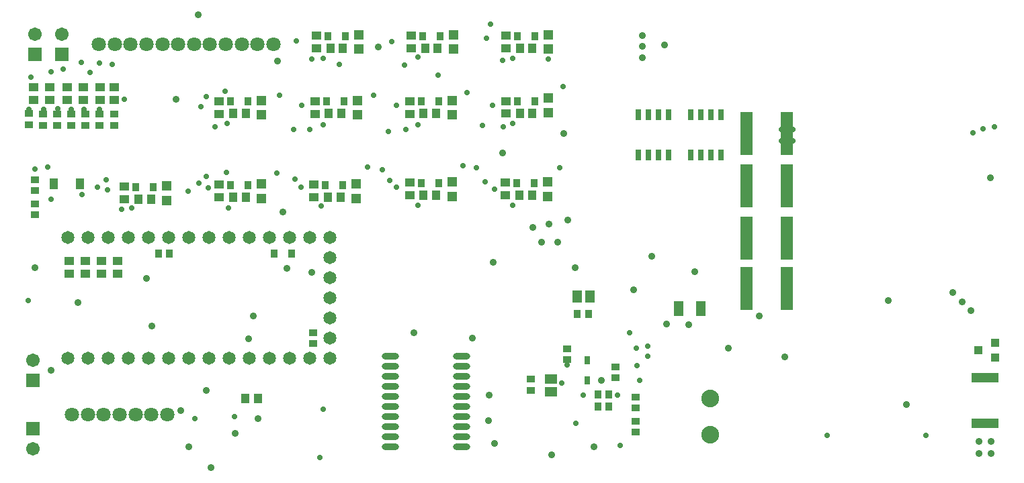
<source format=gbs>
G04 Layer_Color=16711935*
%FSAX24Y24*%
%MOIN*%
G70*
G01*
G75*
%ADD84R,0.0438X0.0560*%
%ADD90R,0.0434X0.0356*%
%ADD91R,0.0356X0.0434*%
%ADD97R,0.0434X0.0474*%
%ADD104R,0.0440X0.0400*%
%ADD118C,0.0710*%
%ADD119C,0.0671*%
%ADD120R,0.0671X0.0671*%
%ADD121C,0.0880*%
%ADD122C,0.0650*%
%ADD123C,0.0360*%
%ADD124C,0.0280*%
%ADD125O,0.0867X0.0316*%
%ADD126R,0.0328X0.0407*%
%ADD127R,0.0474X0.0434*%
%ADD128R,0.0513X0.0513*%
%ADD129R,0.0454X0.0612*%
%ADD130R,0.0612X0.0454*%
%ADD131R,0.0454X0.0749*%
%ADD132R,0.0612X0.2167*%
%ADD133R,0.1360X0.0493*%
%ADD134R,0.0316X0.0395*%
%ADD135R,0.0300X0.0550*%
D84*
X020256Y024350D02*
D03*
X021544D02*
D03*
D90*
X045700Y015624D02*
D03*
Y016176D02*
D03*
X048100Y014724D02*
D03*
Y015276D02*
D03*
X043900Y014112D02*
D03*
Y014663D02*
D03*
X049100Y012024D02*
D03*
Y012576D02*
D03*
Y013224D02*
D03*
Y013776D02*
D03*
X033100Y016424D02*
D03*
Y016976D02*
D03*
X019300Y023376D02*
D03*
Y022824D02*
D03*
Y024576D02*
D03*
Y024024D02*
D03*
X023250Y027274D02*
D03*
Y027826D02*
D03*
X022500Y027826D02*
D03*
Y027274D02*
D03*
X021800Y027826D02*
D03*
Y027274D02*
D03*
X021100Y027826D02*
D03*
Y027274D02*
D03*
X020400Y027826D02*
D03*
Y027274D02*
D03*
X019700Y027826D02*
D03*
Y027274D02*
D03*
X019000Y027850D02*
D03*
Y027299D02*
D03*
D91*
X047224Y013900D02*
D03*
X047776D02*
D03*
X046772Y017900D02*
D03*
X046221D02*
D03*
X047224Y013300D02*
D03*
X047776D02*
D03*
X025424Y020900D02*
D03*
X025976D02*
D03*
D97*
X029765Y027850D02*
D03*
X029135D02*
D03*
X039215D02*
D03*
X038585D02*
D03*
X043988Y027864D02*
D03*
X043358D02*
D03*
X029735Y013700D02*
D03*
X030365D02*
D03*
X043988Y031114D02*
D03*
X043358D02*
D03*
X039288D02*
D03*
X038658D02*
D03*
X034588D02*
D03*
X033958D02*
D03*
X025065Y023600D02*
D03*
X024435D02*
D03*
X029765Y023700D02*
D03*
X029135D02*
D03*
X043965Y023800D02*
D03*
X043335D02*
D03*
X034515Y027850D02*
D03*
X033885D02*
D03*
X034465Y023700D02*
D03*
X033835D02*
D03*
X039215Y023800D02*
D03*
X038585D02*
D03*
D104*
X066944Y016474D02*
D03*
Y015720D02*
D03*
X066110Y016100D02*
D03*
D118*
X031131Y031300D02*
D03*
X027194D02*
D03*
X027981D02*
D03*
X028768D02*
D03*
X029558D02*
D03*
X030348D02*
D03*
X025624D02*
D03*
X024834D02*
D03*
X024044D02*
D03*
X023257D02*
D03*
X022469D02*
D03*
X026406D02*
D03*
X021140Y012900D02*
D03*
X021928D02*
D03*
X025865D02*
D03*
X025077D02*
D03*
X024290D02*
D03*
X023500D02*
D03*
X022710D02*
D03*
D119*
X020650Y031800D02*
D03*
X019300D02*
D03*
X019200Y011200D02*
D03*
Y015600D02*
D03*
D120*
X020650Y030800D02*
D03*
X019300D02*
D03*
X019200Y012200D02*
D03*
Y014600D02*
D03*
D121*
X052800Y011900D02*
D03*
Y013700D02*
D03*
D122*
X020950Y015700D02*
D03*
X021950D02*
D03*
X022950D02*
D03*
X023950D02*
D03*
X024950D02*
D03*
X025950D02*
D03*
X026950D02*
D03*
X027950D02*
D03*
X028950D02*
D03*
X029950D02*
D03*
X030950D02*
D03*
X031950D02*
D03*
X032950D02*
D03*
X033950D02*
D03*
Y016700D02*
D03*
Y017700D02*
D03*
Y018700D02*
D03*
Y019700D02*
D03*
Y020700D02*
D03*
Y021700D02*
D03*
X032950D02*
D03*
X031950D02*
D03*
X030950D02*
D03*
X029950D02*
D03*
X028950D02*
D03*
X027950D02*
D03*
X026950D02*
D03*
X025950D02*
D03*
X024950D02*
D03*
X023950D02*
D03*
X022950D02*
D03*
X021950D02*
D03*
X020950D02*
D03*
D123*
X050550Y031250D02*
D03*
X027400Y032750D02*
D03*
X033050Y019950D02*
D03*
X019300Y020200D02*
D03*
X044450Y021450D02*
D03*
X042100Y011450D02*
D03*
X026541Y013100D02*
D03*
X030361Y012714D02*
D03*
X041800Y012600D02*
D03*
X055250Y017800D02*
D03*
X064850Y018950D02*
D03*
X065750Y018050D02*
D03*
X049436Y031736D02*
D03*
Y031200D02*
D03*
X049900Y020750D02*
D03*
X041850Y013850D02*
D03*
X038100Y016950D02*
D03*
X030150Y017800D02*
D03*
X049436Y030648D02*
D03*
X047050Y011300D02*
D03*
X053700Y016200D02*
D03*
X052050Y020000D02*
D03*
X049000Y019100D02*
D03*
X046100Y020200D02*
D03*
X044000Y022200D02*
D03*
X056500Y015750D02*
D03*
X051750Y017350D02*
D03*
X050650Y017400D02*
D03*
X065300Y018500D02*
D03*
X066750Y010950D02*
D03*
X066150D02*
D03*
X066750Y011550D02*
D03*
X066150D02*
D03*
X020100Y015100D02*
D03*
X024850Y019650D02*
D03*
X042500Y025900D02*
D03*
X042050Y020450D02*
D03*
X026300Y028550D02*
D03*
X047400Y014600D02*
D03*
X045550Y026850D02*
D03*
X031350Y030450D02*
D03*
X036350Y031150D02*
D03*
X062550Y013400D02*
D03*
X061650Y018550D02*
D03*
X026950Y011300D02*
D03*
X025100Y017300D02*
D03*
X021450Y018450D02*
D03*
X029250Y011950D02*
D03*
X027800Y014100D02*
D03*
X029900Y016650D02*
D03*
X045750Y022550D02*
D03*
X044800Y022350D02*
D03*
X045250Y021450D02*
D03*
X031600Y022950D02*
D03*
X031800Y020150D02*
D03*
X044950Y010900D02*
D03*
X066700Y024650D02*
D03*
X028050Y010250D02*
D03*
X041000Y016700D02*
D03*
D124*
X021638Y023845D02*
D03*
X033600Y013150D02*
D03*
X029200Y012800D02*
D03*
X027250Y012700D02*
D03*
X033450Y010750D02*
D03*
X037250Y028250D02*
D03*
Y024200D02*
D03*
X042023Y028264D02*
D03*
X043000Y023300D02*
D03*
X038300D02*
D03*
X043023Y027364D02*
D03*
X038323Y030664D02*
D03*
X033623Y030614D02*
D03*
X038300Y027300D02*
D03*
X024100Y023150D02*
D03*
X023600Y023100D02*
D03*
X028900Y023150D02*
D03*
X036550Y025050D02*
D03*
X036903Y024531D02*
D03*
X041200Y025150D02*
D03*
X028814Y024931D02*
D03*
X042100Y024100D02*
D03*
X041650Y024450D02*
D03*
X033600Y027300D02*
D03*
X042544Y027199D02*
D03*
X041500Y027250D02*
D03*
X037700Y027050D02*
D03*
X036850Y026950D02*
D03*
X032950Y027069D02*
D03*
X028850Y027350D02*
D03*
X027446Y024412D02*
D03*
X027900Y024150D02*
D03*
X027807Y024729D02*
D03*
X032150Y027050D02*
D03*
X028250Y027200D02*
D03*
X028750Y028950D02*
D03*
X045500Y029200D02*
D03*
X044773Y030556D02*
D03*
X042500Y030500D02*
D03*
X039300Y029750D02*
D03*
X037650Y030250D02*
D03*
X019950Y025200D02*
D03*
X020450Y028100D02*
D03*
X020700Y030050D02*
D03*
X019000Y028050D02*
D03*
X019750D02*
D03*
X021601Y030400D02*
D03*
X023750Y028550D02*
D03*
X022500Y028050D02*
D03*
X021100D02*
D03*
X021750D02*
D03*
X019100Y029650D02*
D03*
X020119Y029918D02*
D03*
X020100Y023600D02*
D03*
X023150Y030300D02*
D03*
X022049Y029899D02*
D03*
X022500Y030350D02*
D03*
X026900Y024000D02*
D03*
X033500Y023250D02*
D03*
X032500Y024200D02*
D03*
X032200Y024600D02*
D03*
X031300Y024900D02*
D03*
X035800Y025200D02*
D03*
X040550Y025250D02*
D03*
X027550Y028200D02*
D03*
X027821Y028700D02*
D03*
X032550Y028250D02*
D03*
X031450Y028750D02*
D03*
X036100D02*
D03*
X040750Y028900D02*
D03*
X033050Y030550D02*
D03*
X034400Y030300D02*
D03*
X032269Y031450D02*
D03*
X037000Y031419D02*
D03*
X043023Y030614D02*
D03*
X041900Y032300D02*
D03*
X041700Y031600D02*
D03*
X056350Y027050D02*
D03*
X056900D02*
D03*
Y026500D02*
D03*
X056350D02*
D03*
X045700Y015350D02*
D03*
X045450Y014450D02*
D03*
X048350Y011350D02*
D03*
X046150Y012450D02*
D03*
X066900Y027200D02*
D03*
X066350Y027100D02*
D03*
X065850Y026900D02*
D03*
X045350Y025150D02*
D03*
X022900Y024050D02*
D03*
X022850Y024550D02*
D03*
X022400Y024200D02*
D03*
X046500Y013850D02*
D03*
X049174Y015326D02*
D03*
X048800Y016950D02*
D03*
X063500Y011850D02*
D03*
X048200Y013850D02*
D03*
X049300Y014600D02*
D03*
X049700Y015800D02*
D03*
Y016300D02*
D03*
X049150Y016200D02*
D03*
X019300Y025100D02*
D03*
X018960Y018560D02*
D03*
X058600Y011850D02*
D03*
D125*
X040472Y015800D02*
D03*
Y015300D02*
D03*
Y014800D02*
D03*
Y014300D02*
D03*
Y013800D02*
D03*
Y013300D02*
D03*
Y012800D02*
D03*
Y012300D02*
D03*
Y011800D02*
D03*
Y011300D02*
D03*
X036928Y015800D02*
D03*
Y015300D02*
D03*
Y014800D02*
D03*
Y014300D02*
D03*
Y013800D02*
D03*
Y013300D02*
D03*
Y012800D02*
D03*
Y012300D02*
D03*
Y011800D02*
D03*
Y011300D02*
D03*
D126*
X031161Y020900D02*
D03*
X032039D02*
D03*
X034639Y028450D02*
D03*
X033761D02*
D03*
X039339D02*
D03*
X038461D02*
D03*
X044112Y028464D02*
D03*
X043234D02*
D03*
X044112Y031714D02*
D03*
X043234D02*
D03*
X039412D02*
D03*
X038534D02*
D03*
X034712D02*
D03*
X033834D02*
D03*
X025189Y024200D02*
D03*
X024311D02*
D03*
X044089Y024400D02*
D03*
X043211D02*
D03*
X029889Y028450D02*
D03*
X029011D02*
D03*
X029889Y024300D02*
D03*
X029011D02*
D03*
X034589D02*
D03*
X033711D02*
D03*
X039339Y024400D02*
D03*
X038461D02*
D03*
D127*
X028450Y027835D02*
D03*
Y028465D02*
D03*
X033200Y027835D02*
D03*
Y028465D02*
D03*
X037900Y027835D02*
D03*
Y028465D02*
D03*
X042673Y027849D02*
D03*
Y028479D02*
D03*
X021000Y020515D02*
D03*
Y019885D02*
D03*
X042673Y031099D02*
D03*
Y031729D02*
D03*
X037973Y031099D02*
D03*
Y031729D02*
D03*
X021800Y020515D02*
D03*
Y019885D02*
D03*
X023400Y020515D02*
D03*
Y019885D02*
D03*
X022600Y020515D02*
D03*
Y019885D02*
D03*
X042650Y023785D02*
D03*
Y024415D02*
D03*
X033273Y031099D02*
D03*
Y031729D02*
D03*
X023750Y023585D02*
D03*
Y024215D02*
D03*
X028450Y023685D02*
D03*
Y024315D02*
D03*
X033150Y023685D02*
D03*
Y024315D02*
D03*
X037900Y023785D02*
D03*
Y024415D02*
D03*
X023250Y029165D02*
D03*
Y028535D02*
D03*
X022550Y029165D02*
D03*
Y028535D02*
D03*
X021700Y029150D02*
D03*
Y028520D02*
D03*
X020900Y029150D02*
D03*
Y028520D02*
D03*
X020050Y029150D02*
D03*
Y028520D02*
D03*
X019250Y029150D02*
D03*
Y028520D02*
D03*
D128*
X040000Y027796D02*
D03*
Y028504D02*
D03*
X044773Y027910D02*
D03*
Y028619D02*
D03*
Y031060D02*
D03*
Y031769D02*
D03*
X040073Y031060D02*
D03*
Y031769D02*
D03*
X035373Y031060D02*
D03*
Y031769D02*
D03*
X025850Y023546D02*
D03*
Y024254D02*
D03*
X030550Y023646D02*
D03*
Y024354D02*
D03*
X044750Y023746D02*
D03*
Y024454D02*
D03*
X030550Y027796D02*
D03*
Y028504D02*
D03*
X035300Y027796D02*
D03*
Y028504D02*
D03*
X035250Y023646D02*
D03*
Y024354D02*
D03*
X040000Y023746D02*
D03*
Y024454D02*
D03*
D129*
X046837Y018750D02*
D03*
X046207D02*
D03*
D130*
X044900Y014023D02*
D03*
Y014653D02*
D03*
D131*
X051249Y018150D02*
D03*
X052351D02*
D03*
D132*
X054606Y026850D02*
D03*
X056594D02*
D03*
X054606Y024250D02*
D03*
X056594D02*
D03*
X054606Y021650D02*
D03*
X056594D02*
D03*
X054606Y019150D02*
D03*
X056594D02*
D03*
D133*
X066450Y014742D02*
D03*
Y012458D02*
D03*
D134*
X046700Y014608D02*
D03*
Y015592D02*
D03*
D135*
X050750Y025805D02*
D03*
X050250D02*
D03*
X049750D02*
D03*
X049250D02*
D03*
X050750Y027795D02*
D03*
X050250D02*
D03*
X049750D02*
D03*
X049250D02*
D03*
X053350Y025805D02*
D03*
X052850D02*
D03*
X052350D02*
D03*
X051850D02*
D03*
X053350Y027795D02*
D03*
X052850D02*
D03*
X052350D02*
D03*
X051850D02*
D03*
M02*

</source>
